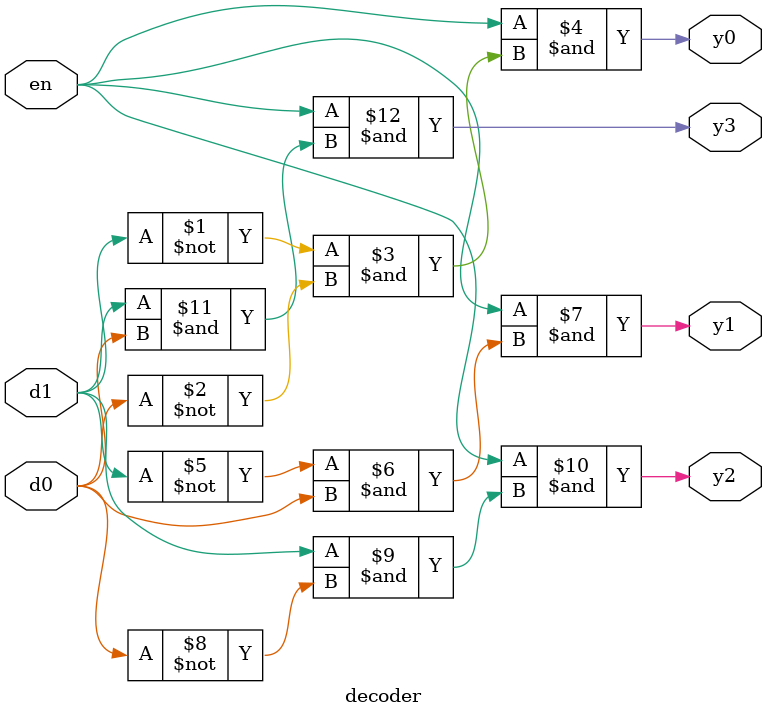
<source format=v>

module decoder(d0,d1,en,y0,y1,y2,y3);
    input d0,d1,en;
	 output y0,y1,y2,y3;
  	 assign y0=en & (~d1 & ~d0);
    assign y1=en & (~d1 & d0);
    assign y2=en & (d1  & ~d0);
    assign y3=en & (d1  & d0);

endmodule

</source>
